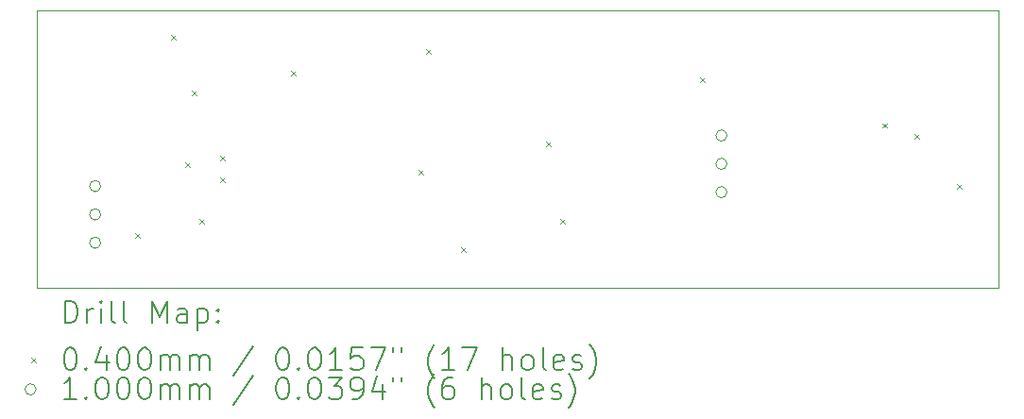
<source format=gbr>
%FSLAX45Y45*%
G04 Gerber Fmt 4.5, Leading zero omitted, Abs format (unit mm)*
G04 Created by KiCad (PCBNEW (6.0.1)) date 2022-02-18 16:06:46*
%MOMM*%
%LPD*%
G01*
G04 APERTURE LIST*
%TA.AperFunction,Profile*%
%ADD10C,0.100000*%
%TD*%
%ADD11C,0.200000*%
%ADD12C,0.040000*%
%ADD13C,0.100000*%
G04 APERTURE END LIST*
D10*
X5207000Y-6299200D02*
X13830300Y-6299200D01*
X13830300Y-6299200D02*
X13830300Y-8788400D01*
X13830300Y-8788400D02*
X5207000Y-8788400D01*
X5207000Y-8788400D02*
X5207000Y-6299200D01*
D11*
D12*
X6092000Y-8298500D02*
X6132000Y-8338500D01*
X6132000Y-8298500D02*
X6092000Y-8338500D01*
X6409500Y-6520500D02*
X6449500Y-6560500D01*
X6449500Y-6520500D02*
X6409500Y-6560500D01*
X6536500Y-7663500D02*
X6576500Y-7703500D01*
X6576500Y-7663500D02*
X6536500Y-7703500D01*
X6600000Y-7019500D02*
X6640000Y-7059500D01*
X6640000Y-7019500D02*
X6600000Y-7059500D01*
X6663500Y-8171500D02*
X6703500Y-8211500D01*
X6703500Y-8171500D02*
X6663500Y-8211500D01*
X6854000Y-7600000D02*
X6894000Y-7640000D01*
X6894000Y-7600000D02*
X6854000Y-7640000D01*
X6854000Y-7799450D02*
X6894000Y-7839450D01*
X6894000Y-7799450D02*
X6854000Y-7839450D01*
X7489000Y-6838000D02*
X7529000Y-6878000D01*
X7529000Y-6838000D02*
X7489000Y-6878000D01*
X8632000Y-7727000D02*
X8672000Y-7767000D01*
X8672000Y-7727000D02*
X8632000Y-7767000D01*
X8695500Y-6647500D02*
X8735500Y-6687500D01*
X8735500Y-6647500D02*
X8695500Y-6687500D01*
X9013000Y-8425500D02*
X9053000Y-8465500D01*
X9053000Y-8425500D02*
X9013000Y-8465500D01*
X9775000Y-7473000D02*
X9815000Y-7513000D01*
X9815000Y-7473000D02*
X9775000Y-7513000D01*
X9902000Y-8171500D02*
X9942000Y-8211500D01*
X9942000Y-8171500D02*
X9902000Y-8211500D01*
X11156000Y-6901500D02*
X11196000Y-6941500D01*
X11196000Y-6901500D02*
X11156000Y-6941500D01*
X12784500Y-7309500D02*
X12824500Y-7349500D01*
X12824500Y-7309500D02*
X12784500Y-7349500D01*
X13077000Y-7409500D02*
X13117000Y-7449500D01*
X13117000Y-7409500D02*
X13077000Y-7449500D01*
X13458000Y-7854000D02*
X13498000Y-7894000D01*
X13498000Y-7854000D02*
X13458000Y-7894000D01*
D13*
X5781000Y-7874000D02*
G75*
G03*
X5781000Y-7874000I-50000J0D01*
G01*
X5781000Y-8128000D02*
G75*
G03*
X5781000Y-8128000I-50000J0D01*
G01*
X5781000Y-8382000D02*
G75*
G03*
X5781000Y-8382000I-50000J0D01*
G01*
X11394000Y-7420000D02*
G75*
G03*
X11394000Y-7420000I-50000J0D01*
G01*
X11394000Y-7674000D02*
G75*
G03*
X11394000Y-7674000I-50000J0D01*
G01*
X11394000Y-7928000D02*
G75*
G03*
X11394000Y-7928000I-50000J0D01*
G01*
D11*
X5459619Y-9103876D02*
X5459619Y-8903876D01*
X5507238Y-8903876D01*
X5535810Y-8913400D01*
X5554857Y-8932448D01*
X5564381Y-8951495D01*
X5573905Y-8989590D01*
X5573905Y-9018162D01*
X5564381Y-9056257D01*
X5554857Y-9075305D01*
X5535810Y-9094352D01*
X5507238Y-9103876D01*
X5459619Y-9103876D01*
X5659619Y-9103876D02*
X5659619Y-8970543D01*
X5659619Y-9008638D02*
X5669143Y-8989590D01*
X5678667Y-8980067D01*
X5697714Y-8970543D01*
X5716762Y-8970543D01*
X5783428Y-9103876D02*
X5783428Y-8970543D01*
X5783428Y-8903876D02*
X5773905Y-8913400D01*
X5783428Y-8922924D01*
X5792952Y-8913400D01*
X5783428Y-8903876D01*
X5783428Y-8922924D01*
X5907238Y-9103876D02*
X5888190Y-9094352D01*
X5878667Y-9075305D01*
X5878667Y-8903876D01*
X6012000Y-9103876D02*
X5992952Y-9094352D01*
X5983428Y-9075305D01*
X5983428Y-8903876D01*
X6240571Y-9103876D02*
X6240571Y-8903876D01*
X6307238Y-9046733D01*
X6373905Y-8903876D01*
X6373905Y-9103876D01*
X6554857Y-9103876D02*
X6554857Y-8999114D01*
X6545333Y-8980067D01*
X6526286Y-8970543D01*
X6488190Y-8970543D01*
X6469143Y-8980067D01*
X6554857Y-9094352D02*
X6535809Y-9103876D01*
X6488190Y-9103876D01*
X6469143Y-9094352D01*
X6459619Y-9075305D01*
X6459619Y-9056257D01*
X6469143Y-9037210D01*
X6488190Y-9027686D01*
X6535809Y-9027686D01*
X6554857Y-9018162D01*
X6650095Y-8970543D02*
X6650095Y-9170543D01*
X6650095Y-8980067D02*
X6669143Y-8970543D01*
X6707238Y-8970543D01*
X6726286Y-8980067D01*
X6735809Y-8989590D01*
X6745333Y-9008638D01*
X6745333Y-9065781D01*
X6735809Y-9084829D01*
X6726286Y-9094352D01*
X6707238Y-9103876D01*
X6669143Y-9103876D01*
X6650095Y-9094352D01*
X6831048Y-9084829D02*
X6840571Y-9094352D01*
X6831048Y-9103876D01*
X6821524Y-9094352D01*
X6831048Y-9084829D01*
X6831048Y-9103876D01*
X6831048Y-8980067D02*
X6840571Y-8989590D01*
X6831048Y-8999114D01*
X6821524Y-8989590D01*
X6831048Y-8980067D01*
X6831048Y-8999114D01*
D12*
X5162000Y-9413400D02*
X5202000Y-9453400D01*
X5202000Y-9413400D02*
X5162000Y-9453400D01*
D11*
X5497714Y-9323876D02*
X5516762Y-9323876D01*
X5535810Y-9333400D01*
X5545333Y-9342924D01*
X5554857Y-9361971D01*
X5564381Y-9400067D01*
X5564381Y-9447686D01*
X5554857Y-9485781D01*
X5545333Y-9504829D01*
X5535810Y-9514352D01*
X5516762Y-9523876D01*
X5497714Y-9523876D01*
X5478667Y-9514352D01*
X5469143Y-9504829D01*
X5459619Y-9485781D01*
X5450095Y-9447686D01*
X5450095Y-9400067D01*
X5459619Y-9361971D01*
X5469143Y-9342924D01*
X5478667Y-9333400D01*
X5497714Y-9323876D01*
X5650095Y-9504829D02*
X5659619Y-9514352D01*
X5650095Y-9523876D01*
X5640571Y-9514352D01*
X5650095Y-9504829D01*
X5650095Y-9523876D01*
X5831048Y-9390543D02*
X5831048Y-9523876D01*
X5783428Y-9314352D02*
X5735809Y-9457210D01*
X5859619Y-9457210D01*
X5973905Y-9323876D02*
X5992952Y-9323876D01*
X6012000Y-9333400D01*
X6021524Y-9342924D01*
X6031048Y-9361971D01*
X6040571Y-9400067D01*
X6040571Y-9447686D01*
X6031048Y-9485781D01*
X6021524Y-9504829D01*
X6012000Y-9514352D01*
X5992952Y-9523876D01*
X5973905Y-9523876D01*
X5954857Y-9514352D01*
X5945333Y-9504829D01*
X5935809Y-9485781D01*
X5926286Y-9447686D01*
X5926286Y-9400067D01*
X5935809Y-9361971D01*
X5945333Y-9342924D01*
X5954857Y-9333400D01*
X5973905Y-9323876D01*
X6164381Y-9323876D02*
X6183428Y-9323876D01*
X6202476Y-9333400D01*
X6212000Y-9342924D01*
X6221524Y-9361971D01*
X6231048Y-9400067D01*
X6231048Y-9447686D01*
X6221524Y-9485781D01*
X6212000Y-9504829D01*
X6202476Y-9514352D01*
X6183428Y-9523876D01*
X6164381Y-9523876D01*
X6145333Y-9514352D01*
X6135809Y-9504829D01*
X6126286Y-9485781D01*
X6116762Y-9447686D01*
X6116762Y-9400067D01*
X6126286Y-9361971D01*
X6135809Y-9342924D01*
X6145333Y-9333400D01*
X6164381Y-9323876D01*
X6316762Y-9523876D02*
X6316762Y-9390543D01*
X6316762Y-9409590D02*
X6326286Y-9400067D01*
X6345333Y-9390543D01*
X6373905Y-9390543D01*
X6392952Y-9400067D01*
X6402476Y-9419114D01*
X6402476Y-9523876D01*
X6402476Y-9419114D02*
X6412000Y-9400067D01*
X6431048Y-9390543D01*
X6459619Y-9390543D01*
X6478667Y-9400067D01*
X6488190Y-9419114D01*
X6488190Y-9523876D01*
X6583428Y-9523876D02*
X6583428Y-9390543D01*
X6583428Y-9409590D02*
X6592952Y-9400067D01*
X6612000Y-9390543D01*
X6640571Y-9390543D01*
X6659619Y-9400067D01*
X6669143Y-9419114D01*
X6669143Y-9523876D01*
X6669143Y-9419114D02*
X6678667Y-9400067D01*
X6697714Y-9390543D01*
X6726286Y-9390543D01*
X6745333Y-9400067D01*
X6754857Y-9419114D01*
X6754857Y-9523876D01*
X7145333Y-9314352D02*
X6973905Y-9571495D01*
X7402476Y-9323876D02*
X7421524Y-9323876D01*
X7440571Y-9333400D01*
X7450095Y-9342924D01*
X7459619Y-9361971D01*
X7469143Y-9400067D01*
X7469143Y-9447686D01*
X7459619Y-9485781D01*
X7450095Y-9504829D01*
X7440571Y-9514352D01*
X7421524Y-9523876D01*
X7402476Y-9523876D01*
X7383428Y-9514352D01*
X7373905Y-9504829D01*
X7364381Y-9485781D01*
X7354857Y-9447686D01*
X7354857Y-9400067D01*
X7364381Y-9361971D01*
X7373905Y-9342924D01*
X7383428Y-9333400D01*
X7402476Y-9323876D01*
X7554857Y-9504829D02*
X7564381Y-9514352D01*
X7554857Y-9523876D01*
X7545333Y-9514352D01*
X7554857Y-9504829D01*
X7554857Y-9523876D01*
X7688190Y-9323876D02*
X7707238Y-9323876D01*
X7726286Y-9333400D01*
X7735809Y-9342924D01*
X7745333Y-9361971D01*
X7754857Y-9400067D01*
X7754857Y-9447686D01*
X7745333Y-9485781D01*
X7735809Y-9504829D01*
X7726286Y-9514352D01*
X7707238Y-9523876D01*
X7688190Y-9523876D01*
X7669143Y-9514352D01*
X7659619Y-9504829D01*
X7650095Y-9485781D01*
X7640571Y-9447686D01*
X7640571Y-9400067D01*
X7650095Y-9361971D01*
X7659619Y-9342924D01*
X7669143Y-9333400D01*
X7688190Y-9323876D01*
X7945333Y-9523876D02*
X7831048Y-9523876D01*
X7888190Y-9523876D02*
X7888190Y-9323876D01*
X7869143Y-9352448D01*
X7850095Y-9371495D01*
X7831048Y-9381019D01*
X8126286Y-9323876D02*
X8031048Y-9323876D01*
X8021524Y-9419114D01*
X8031048Y-9409590D01*
X8050095Y-9400067D01*
X8097714Y-9400067D01*
X8116762Y-9409590D01*
X8126286Y-9419114D01*
X8135809Y-9438162D01*
X8135809Y-9485781D01*
X8126286Y-9504829D01*
X8116762Y-9514352D01*
X8097714Y-9523876D01*
X8050095Y-9523876D01*
X8031048Y-9514352D01*
X8021524Y-9504829D01*
X8202476Y-9323876D02*
X8335809Y-9323876D01*
X8250095Y-9523876D01*
X8402476Y-9323876D02*
X8402476Y-9361971D01*
X8478667Y-9323876D02*
X8478667Y-9361971D01*
X8773905Y-9600067D02*
X8764381Y-9590543D01*
X8745333Y-9561971D01*
X8735810Y-9542924D01*
X8726286Y-9514352D01*
X8716762Y-9466733D01*
X8716762Y-9428638D01*
X8726286Y-9381019D01*
X8735810Y-9352448D01*
X8745333Y-9333400D01*
X8764381Y-9304829D01*
X8773905Y-9295305D01*
X8954857Y-9523876D02*
X8840571Y-9523876D01*
X8897714Y-9523876D02*
X8897714Y-9323876D01*
X8878667Y-9352448D01*
X8859619Y-9371495D01*
X8840571Y-9381019D01*
X9021524Y-9323876D02*
X9154857Y-9323876D01*
X9069143Y-9523876D01*
X9383429Y-9523876D02*
X9383429Y-9323876D01*
X9469143Y-9523876D02*
X9469143Y-9419114D01*
X9459619Y-9400067D01*
X9440571Y-9390543D01*
X9412000Y-9390543D01*
X9392952Y-9400067D01*
X9383429Y-9409590D01*
X9592952Y-9523876D02*
X9573905Y-9514352D01*
X9564381Y-9504829D01*
X9554857Y-9485781D01*
X9554857Y-9428638D01*
X9564381Y-9409590D01*
X9573905Y-9400067D01*
X9592952Y-9390543D01*
X9621524Y-9390543D01*
X9640571Y-9400067D01*
X9650095Y-9409590D01*
X9659619Y-9428638D01*
X9659619Y-9485781D01*
X9650095Y-9504829D01*
X9640571Y-9514352D01*
X9621524Y-9523876D01*
X9592952Y-9523876D01*
X9773905Y-9523876D02*
X9754857Y-9514352D01*
X9745333Y-9495305D01*
X9745333Y-9323876D01*
X9926286Y-9514352D02*
X9907238Y-9523876D01*
X9869143Y-9523876D01*
X9850095Y-9514352D01*
X9840571Y-9495305D01*
X9840571Y-9419114D01*
X9850095Y-9400067D01*
X9869143Y-9390543D01*
X9907238Y-9390543D01*
X9926286Y-9400067D01*
X9935810Y-9419114D01*
X9935810Y-9438162D01*
X9840571Y-9457210D01*
X10012000Y-9514352D02*
X10031048Y-9523876D01*
X10069143Y-9523876D01*
X10088190Y-9514352D01*
X10097714Y-9495305D01*
X10097714Y-9485781D01*
X10088190Y-9466733D01*
X10069143Y-9457210D01*
X10040571Y-9457210D01*
X10021524Y-9447686D01*
X10012000Y-9428638D01*
X10012000Y-9419114D01*
X10021524Y-9400067D01*
X10040571Y-9390543D01*
X10069143Y-9390543D01*
X10088190Y-9400067D01*
X10164381Y-9600067D02*
X10173905Y-9590543D01*
X10192952Y-9561971D01*
X10202476Y-9542924D01*
X10212000Y-9514352D01*
X10221524Y-9466733D01*
X10221524Y-9428638D01*
X10212000Y-9381019D01*
X10202476Y-9352448D01*
X10192952Y-9333400D01*
X10173905Y-9304829D01*
X10164381Y-9295305D01*
D13*
X5202000Y-9697400D02*
G75*
G03*
X5202000Y-9697400I-50000J0D01*
G01*
D11*
X5564381Y-9787876D02*
X5450095Y-9787876D01*
X5507238Y-9787876D02*
X5507238Y-9587876D01*
X5488190Y-9616448D01*
X5469143Y-9635495D01*
X5450095Y-9645019D01*
X5650095Y-9768829D02*
X5659619Y-9778352D01*
X5650095Y-9787876D01*
X5640571Y-9778352D01*
X5650095Y-9768829D01*
X5650095Y-9787876D01*
X5783428Y-9587876D02*
X5802476Y-9587876D01*
X5821524Y-9597400D01*
X5831048Y-9606924D01*
X5840571Y-9625971D01*
X5850095Y-9664067D01*
X5850095Y-9711686D01*
X5840571Y-9749781D01*
X5831048Y-9768829D01*
X5821524Y-9778352D01*
X5802476Y-9787876D01*
X5783428Y-9787876D01*
X5764381Y-9778352D01*
X5754857Y-9768829D01*
X5745333Y-9749781D01*
X5735809Y-9711686D01*
X5735809Y-9664067D01*
X5745333Y-9625971D01*
X5754857Y-9606924D01*
X5764381Y-9597400D01*
X5783428Y-9587876D01*
X5973905Y-9587876D02*
X5992952Y-9587876D01*
X6012000Y-9597400D01*
X6021524Y-9606924D01*
X6031048Y-9625971D01*
X6040571Y-9664067D01*
X6040571Y-9711686D01*
X6031048Y-9749781D01*
X6021524Y-9768829D01*
X6012000Y-9778352D01*
X5992952Y-9787876D01*
X5973905Y-9787876D01*
X5954857Y-9778352D01*
X5945333Y-9768829D01*
X5935809Y-9749781D01*
X5926286Y-9711686D01*
X5926286Y-9664067D01*
X5935809Y-9625971D01*
X5945333Y-9606924D01*
X5954857Y-9597400D01*
X5973905Y-9587876D01*
X6164381Y-9587876D02*
X6183428Y-9587876D01*
X6202476Y-9597400D01*
X6212000Y-9606924D01*
X6221524Y-9625971D01*
X6231048Y-9664067D01*
X6231048Y-9711686D01*
X6221524Y-9749781D01*
X6212000Y-9768829D01*
X6202476Y-9778352D01*
X6183428Y-9787876D01*
X6164381Y-9787876D01*
X6145333Y-9778352D01*
X6135809Y-9768829D01*
X6126286Y-9749781D01*
X6116762Y-9711686D01*
X6116762Y-9664067D01*
X6126286Y-9625971D01*
X6135809Y-9606924D01*
X6145333Y-9597400D01*
X6164381Y-9587876D01*
X6316762Y-9787876D02*
X6316762Y-9654543D01*
X6316762Y-9673590D02*
X6326286Y-9664067D01*
X6345333Y-9654543D01*
X6373905Y-9654543D01*
X6392952Y-9664067D01*
X6402476Y-9683114D01*
X6402476Y-9787876D01*
X6402476Y-9683114D02*
X6412000Y-9664067D01*
X6431048Y-9654543D01*
X6459619Y-9654543D01*
X6478667Y-9664067D01*
X6488190Y-9683114D01*
X6488190Y-9787876D01*
X6583428Y-9787876D02*
X6583428Y-9654543D01*
X6583428Y-9673590D02*
X6592952Y-9664067D01*
X6612000Y-9654543D01*
X6640571Y-9654543D01*
X6659619Y-9664067D01*
X6669143Y-9683114D01*
X6669143Y-9787876D01*
X6669143Y-9683114D02*
X6678667Y-9664067D01*
X6697714Y-9654543D01*
X6726286Y-9654543D01*
X6745333Y-9664067D01*
X6754857Y-9683114D01*
X6754857Y-9787876D01*
X7145333Y-9578352D02*
X6973905Y-9835495D01*
X7402476Y-9587876D02*
X7421524Y-9587876D01*
X7440571Y-9597400D01*
X7450095Y-9606924D01*
X7459619Y-9625971D01*
X7469143Y-9664067D01*
X7469143Y-9711686D01*
X7459619Y-9749781D01*
X7450095Y-9768829D01*
X7440571Y-9778352D01*
X7421524Y-9787876D01*
X7402476Y-9787876D01*
X7383428Y-9778352D01*
X7373905Y-9768829D01*
X7364381Y-9749781D01*
X7354857Y-9711686D01*
X7354857Y-9664067D01*
X7364381Y-9625971D01*
X7373905Y-9606924D01*
X7383428Y-9597400D01*
X7402476Y-9587876D01*
X7554857Y-9768829D02*
X7564381Y-9778352D01*
X7554857Y-9787876D01*
X7545333Y-9778352D01*
X7554857Y-9768829D01*
X7554857Y-9787876D01*
X7688190Y-9587876D02*
X7707238Y-9587876D01*
X7726286Y-9597400D01*
X7735809Y-9606924D01*
X7745333Y-9625971D01*
X7754857Y-9664067D01*
X7754857Y-9711686D01*
X7745333Y-9749781D01*
X7735809Y-9768829D01*
X7726286Y-9778352D01*
X7707238Y-9787876D01*
X7688190Y-9787876D01*
X7669143Y-9778352D01*
X7659619Y-9768829D01*
X7650095Y-9749781D01*
X7640571Y-9711686D01*
X7640571Y-9664067D01*
X7650095Y-9625971D01*
X7659619Y-9606924D01*
X7669143Y-9597400D01*
X7688190Y-9587876D01*
X7821524Y-9587876D02*
X7945333Y-9587876D01*
X7878667Y-9664067D01*
X7907238Y-9664067D01*
X7926286Y-9673590D01*
X7935809Y-9683114D01*
X7945333Y-9702162D01*
X7945333Y-9749781D01*
X7935809Y-9768829D01*
X7926286Y-9778352D01*
X7907238Y-9787876D01*
X7850095Y-9787876D01*
X7831048Y-9778352D01*
X7821524Y-9768829D01*
X8040571Y-9787876D02*
X8078667Y-9787876D01*
X8097714Y-9778352D01*
X8107238Y-9768829D01*
X8126286Y-9740257D01*
X8135809Y-9702162D01*
X8135809Y-9625971D01*
X8126286Y-9606924D01*
X8116762Y-9597400D01*
X8097714Y-9587876D01*
X8059619Y-9587876D01*
X8040571Y-9597400D01*
X8031048Y-9606924D01*
X8021524Y-9625971D01*
X8021524Y-9673590D01*
X8031048Y-9692638D01*
X8040571Y-9702162D01*
X8059619Y-9711686D01*
X8097714Y-9711686D01*
X8116762Y-9702162D01*
X8126286Y-9692638D01*
X8135809Y-9673590D01*
X8307238Y-9654543D02*
X8307238Y-9787876D01*
X8259619Y-9578352D02*
X8212000Y-9721210D01*
X8335809Y-9721210D01*
X8402476Y-9587876D02*
X8402476Y-9625971D01*
X8478667Y-9587876D02*
X8478667Y-9625971D01*
X8773905Y-9864067D02*
X8764381Y-9854543D01*
X8745333Y-9825971D01*
X8735810Y-9806924D01*
X8726286Y-9778352D01*
X8716762Y-9730733D01*
X8716762Y-9692638D01*
X8726286Y-9645019D01*
X8735810Y-9616448D01*
X8745333Y-9597400D01*
X8764381Y-9568829D01*
X8773905Y-9559305D01*
X8935810Y-9587876D02*
X8897714Y-9587876D01*
X8878667Y-9597400D01*
X8869143Y-9606924D01*
X8850095Y-9635495D01*
X8840571Y-9673590D01*
X8840571Y-9749781D01*
X8850095Y-9768829D01*
X8859619Y-9778352D01*
X8878667Y-9787876D01*
X8916762Y-9787876D01*
X8935810Y-9778352D01*
X8945333Y-9768829D01*
X8954857Y-9749781D01*
X8954857Y-9702162D01*
X8945333Y-9683114D01*
X8935810Y-9673590D01*
X8916762Y-9664067D01*
X8878667Y-9664067D01*
X8859619Y-9673590D01*
X8850095Y-9683114D01*
X8840571Y-9702162D01*
X9192952Y-9787876D02*
X9192952Y-9587876D01*
X9278667Y-9787876D02*
X9278667Y-9683114D01*
X9269143Y-9664067D01*
X9250095Y-9654543D01*
X9221524Y-9654543D01*
X9202476Y-9664067D01*
X9192952Y-9673590D01*
X9402476Y-9787876D02*
X9383429Y-9778352D01*
X9373905Y-9768829D01*
X9364381Y-9749781D01*
X9364381Y-9692638D01*
X9373905Y-9673590D01*
X9383429Y-9664067D01*
X9402476Y-9654543D01*
X9431048Y-9654543D01*
X9450095Y-9664067D01*
X9459619Y-9673590D01*
X9469143Y-9692638D01*
X9469143Y-9749781D01*
X9459619Y-9768829D01*
X9450095Y-9778352D01*
X9431048Y-9787876D01*
X9402476Y-9787876D01*
X9583429Y-9787876D02*
X9564381Y-9778352D01*
X9554857Y-9759305D01*
X9554857Y-9587876D01*
X9735810Y-9778352D02*
X9716762Y-9787876D01*
X9678667Y-9787876D01*
X9659619Y-9778352D01*
X9650095Y-9759305D01*
X9650095Y-9683114D01*
X9659619Y-9664067D01*
X9678667Y-9654543D01*
X9716762Y-9654543D01*
X9735810Y-9664067D01*
X9745333Y-9683114D01*
X9745333Y-9702162D01*
X9650095Y-9721210D01*
X9821524Y-9778352D02*
X9840571Y-9787876D01*
X9878667Y-9787876D01*
X9897714Y-9778352D01*
X9907238Y-9759305D01*
X9907238Y-9749781D01*
X9897714Y-9730733D01*
X9878667Y-9721210D01*
X9850095Y-9721210D01*
X9831048Y-9711686D01*
X9821524Y-9692638D01*
X9821524Y-9683114D01*
X9831048Y-9664067D01*
X9850095Y-9654543D01*
X9878667Y-9654543D01*
X9897714Y-9664067D01*
X9973905Y-9864067D02*
X9983429Y-9854543D01*
X10002476Y-9825971D01*
X10012000Y-9806924D01*
X10021524Y-9778352D01*
X10031048Y-9730733D01*
X10031048Y-9692638D01*
X10021524Y-9645019D01*
X10012000Y-9616448D01*
X10002476Y-9597400D01*
X9983429Y-9568829D01*
X9973905Y-9559305D01*
M02*

</source>
